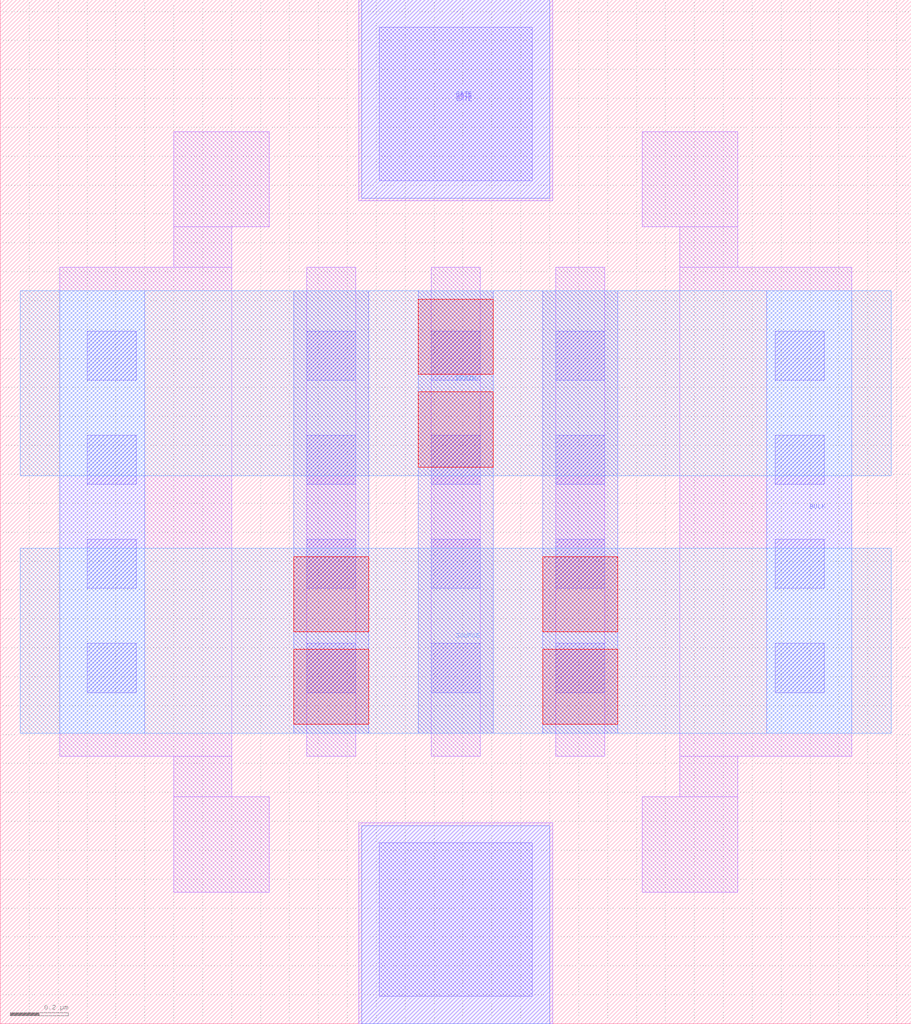
<source format=lef>
# Copyright 2020 The SkyWater PDK Authors
#
# Licensed under the Apache License, Version 2.0 (the "License");
# you may not use this file except in compliance with the License.
# You may obtain a copy of the License at
#
#     https://www.apache.org/licenses/LICENSE-2.0
#
# Unless required by applicable law or agreed to in writing, software
# distributed under the License is distributed on an "AS IS" BASIS,
# WITHOUT WARRANTIES OR CONDITIONS OF ANY KIND, either express or implied.
# See the License for the specific language governing permissions and
# limitations under the License.
#
# SPDX-License-Identifier: Apache-2.0

VERSION 5.7 ;
  NOWIREEXTENSIONATPIN ON ;
  DIVIDERCHAR "/" ;
  BUSBITCHARS "[]" ;
MACRO sky130_fd_pr__rf_pfet_01v8_bM02W1p65L0p15
  CLASS BLOCK ;
  FOREIGN sky130_fd_pr__rf_pfet_01v8_bM02W1p65L0p15 ;
  ORIGIN  0.000000  0.000000 ;
  SIZE  3.150000 BY  3.540000 ;
  PIN BULK
    ANTENNADIFFAREA  2.145000 ;
    ANTENNAGATEAREA  0.495000 ;
    PORT
      LAYER met1 ;
        RECT 0.205000 1.005000 0.500000 2.535000 ;
        RECT 2.650000 1.005000 2.945000 2.535000 ;
    END
  END BULK
  PIN DRAIN
    ANTENNADIFFAREA  0.462000 ;
    PORT
      LAYER met2 ;
        RECT 0.070000 1.895000 3.080000 2.535000 ;
    END
  END DRAIN
  PIN GATE
    ANTENNAGATEAREA  0.495000 ;
    PORT
      LAYER li1 ;
        RECT 1.240000 0.000000 1.910000 0.695000 ;
        RECT 1.240000 2.845000 1.910000 3.540000 ;
      LAYER mcon ;
        RECT 1.310000 0.095000 1.840000 0.625000 ;
        RECT 1.310000 2.915000 1.840000 3.445000 ;
    END
    PORT
      LAYER met1 ;
        RECT 1.250000 0.000000 1.900000 0.685000 ;
        RECT 1.250000 2.855000 1.900000 3.540000 ;
    END
  END GATE
  PIN SOURCE
    ANTENNADIFFAREA  0.924000 ;
    PORT
      LAYER met2 ;
        RECT 0.070000 1.005000 3.080000 1.645000 ;
    END
  END SOURCE
  OBS
    LAYER li1 ;
      RECT 0.205000 0.925000 0.800000 2.615000 ;
      RECT 0.600000 0.455000 0.930000 0.785000 ;
      RECT 0.600000 0.785000 0.800000 0.925000 ;
      RECT 0.600000 2.615000 0.800000 2.755000 ;
      RECT 0.600000 2.755000 0.930000 3.085000 ;
      RECT 1.060000 0.925000 1.230000 2.615000 ;
      RECT 1.490000 0.925000 1.660000 2.615000 ;
      RECT 1.920000 0.925000 2.090000 2.615000 ;
      RECT 2.220000 0.455000 2.550000 0.785000 ;
      RECT 2.220000 2.755000 2.550000 3.085000 ;
      RECT 2.350000 0.785000 2.550000 0.925000 ;
      RECT 2.350000 0.925000 2.945000 2.615000 ;
      RECT 2.350000 2.615000 2.550000 2.755000 ;
    LAYER mcon ;
      RECT 0.300000 1.145000 0.470000 1.315000 ;
      RECT 0.300000 1.505000 0.470000 1.675000 ;
      RECT 0.300000 1.865000 0.470000 2.035000 ;
      RECT 0.300000 2.225000 0.470000 2.395000 ;
      RECT 1.060000 1.145000 1.230000 1.315000 ;
      RECT 1.060000 1.505000 1.230000 1.675000 ;
      RECT 1.060000 1.865000 1.230000 2.035000 ;
      RECT 1.060000 2.225000 1.230000 2.395000 ;
      RECT 1.490000 1.145000 1.660000 1.315000 ;
      RECT 1.490000 1.505000 1.660000 1.675000 ;
      RECT 1.490000 1.865000 1.660000 2.035000 ;
      RECT 1.490000 2.225000 1.660000 2.395000 ;
      RECT 1.920000 1.145000 2.090000 1.315000 ;
      RECT 1.920000 1.505000 2.090000 1.675000 ;
      RECT 1.920000 1.865000 2.090000 2.035000 ;
      RECT 1.920000 2.225000 2.090000 2.395000 ;
      RECT 2.680000 1.145000 2.850000 1.315000 ;
      RECT 2.680000 1.505000 2.850000 1.675000 ;
      RECT 2.680000 1.865000 2.850000 2.035000 ;
      RECT 2.680000 2.225000 2.850000 2.395000 ;
    LAYER met1 ;
      RECT 1.015000 1.005000 1.275000 2.535000 ;
      RECT 1.445000 1.005000 1.705000 2.535000 ;
      RECT 1.875000 1.005000 2.135000 2.535000 ;
    LAYER via ;
      RECT 1.015000 1.035000 1.275000 1.295000 ;
      RECT 1.015000 1.355000 1.275000 1.615000 ;
      RECT 1.445000 1.925000 1.705000 2.185000 ;
      RECT 1.445000 2.245000 1.705000 2.505000 ;
      RECT 1.875000 1.035000 2.135000 1.295000 ;
      RECT 1.875000 1.355000 2.135000 1.615000 ;
  END
END sky130_fd_pr__rf_pfet_01v8_bM02W1p65L0p15
END LIBRARY

</source>
